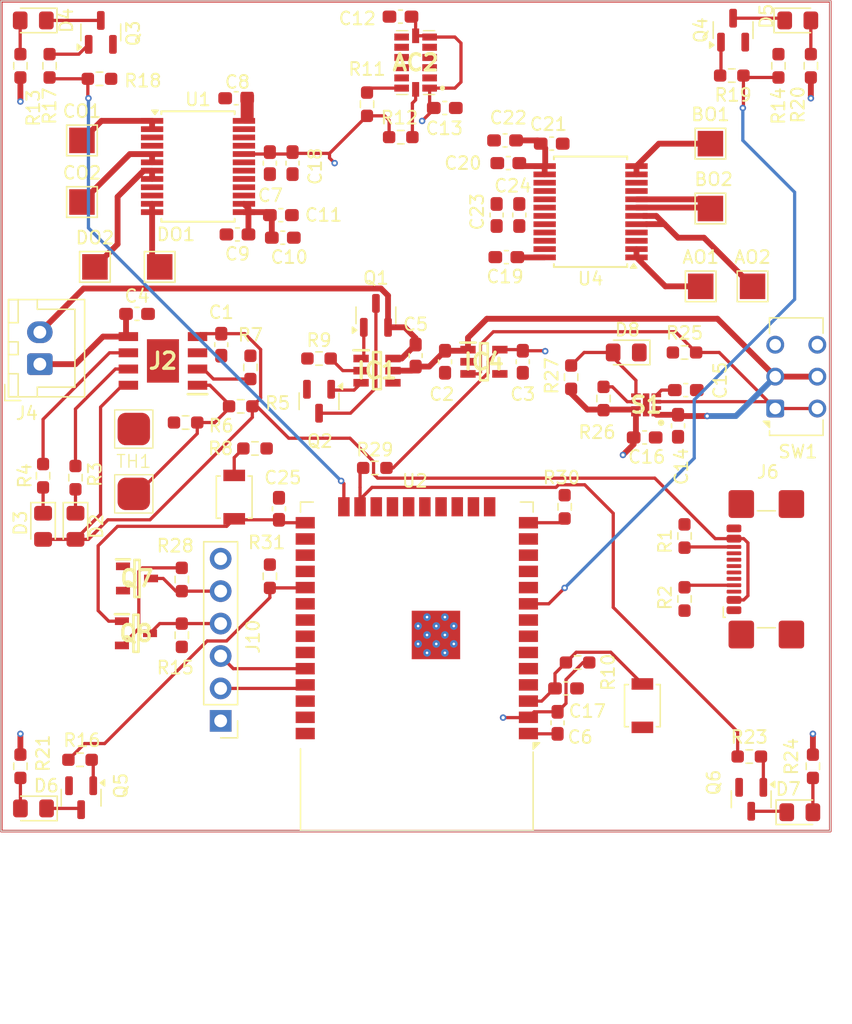
<source format=kicad_pcb>
(kicad_pcb (version 20240108) (generator "pcbnew") (generator_version "8.0")
  (layers (0 "F.Cu" signal) (1 "In1.Cu" signal) (2 "In2.Cu" signal) (31 "B.Cu" signal) (34 "B.Paste" user) (35 "F.Paste" user) (36 "B.SilkS" user "B.Silkscreen") (37 "F.SilkS" user "F.Silkscreen") (38 "B.Mask" user) (39 "F.Mask" user) (44 "Edge.Cuts" user))
  (net 0 "")
  (net 1 "GND")
  (net 2 "/ACC_IT2")
  (net 4 "/ACC_IT1")
  (net 5 "/ACC_SDA")
  (net 6 "/ACC_SCL")
  (net 9 "VCC")
  (net 10 "/PWR+")
  (net 11 "+3.3V")
  (net 12 "/LIPO+")
  (net 13 "/LIPO-")
  (net 14 "Net-(S1-SS)")
  (net 15 "/EN")
  (net 16 "Net-(D2-K)")
  (net 17 "Net-(D3-K)")
  (net 18 "Net-(D4-A)")
  (net 19 "Net-(D4-K)")
  (net 20 "Net-(D5-K)")
  (net 21 "Net-(D5-A)")
  (net 22 "Net-(D6-K)")
  (net 23 "Net-(D6-A)")
  (net 24 "Net-(D7-K)")
  (net 25 "Net-(D7-A)")
  (net 26 "Net-(D8-A)")
  (net 28 "Net-(IC1-OD)")
  (net 29 "Net-(IC1-OC)")
  (net 30 "Net-(IC1-CS)")
  (net 31 "Net-(J2-~{CHRG})")
  (net 32 "Net-(J2-TEMP1)")
  (net 33 "Net-(J2-~{STDBY})")
  (net 34 "Net-(J2-PROG2)")
  (net 35 "/TX")
  (net 36 "/RX")
  (net 37 "Net-(Q1-D)")
  (net 38 "Net-(Q3-G)")
  (net 39 "Net-(Q4-G)")
  (net 40 "Net-(Q5-G)")
  (net 41 "Net-(Q6-G)")
  (net 42 "/LED4")
  (net 43 "/LED2")
  (net 44 "/LED1")
  (net 45 "/LED3")
  (net 46 "/SW+")
  (net 47 "Net-(S1-DIS)")
  (net 50 "/BOOT")
  (net 55 "/IO17")
  (net 61 "/RTS")
  (net 62 "/DTR")
  (net 63 "Net-(R8-Pad2)")
  (net 64 "Net-(J6-CC1)")
  (net 65 "Net-(J6-CC2)")
  (net 67 "Net-(Q7-B)")
  (net 68 "Net-(Q8-B)")
  (net 69 "/DIN2")
  (net 70 "/PWMC")
  (net 71 "/CIN2")
  (net 72 "/CIN1")
  (net 73 "/DIN1")
  (net 74 "/PWMD")
  (net 75 "/AIN1")
  (net 76 "/AIN2")
  (net 77 "/PWMA")
  (net 78 "/PWMB")
  (net 79 "/BIN2")
  (net 80 "/BIN1")
  (net 81 "Net-(AO1-Pin_1)")
  (net 82 "Net-(AO2-Pin_1)")
  (net 83 "Net-(BO1-Pin_1)")
  (net 84 "Net-(BO2-Pin_1)")
  (net 85 "Net-(CO1-Pin_1)")
  (net 86 "Net-(CO2-Pin_1)")
  (net 87 "Net-(DO1-Pin_1)")
  (net 88 "Net-(DO2-Pin_1)")
  (footprint "Capacitor_SMD:C_0603_1608Metric_Pad1.08x0.95mm_HandSolder" (layer "F.Cu") (at 153.162 72.898)
    (property "Reference" "C13")
    (property "Value" "100n" (hide yes))
  )
  (footprint "SamacSys_Parts:SOT95P280X145-5N" (layer "F.Cu") (at 156.23 92.776)
    (property "Reference" "IC4")
    (property "Value" "MIC5504-3.3YM5-TR" (hide yes))
  )
  (footprint "Resistor_SMD:R_0603_1608Metric_Pad0.98x0.95mm_HandSolder" (layer "F.Cu") (at 163.068 93.983 -90)
    (property "Reference" "R27")
    (property "Value" "1k" (hide yes))
  )
  (footprint "Resistor_SMD:R_0603_1608Metric_Pad0.98x0.95mm_HandSolder" (layer "F.Cu") (at 126.0875 70.612 180)
    (property "Reference" "R18")
    (property "Value" "10k" (hide yes))
  )
  (footprint "LED_SMD:LED_0805_2012Metric_Pad1.15x1.40mm_HandSolder" (layer "F.Cu") (at 180.9985 128.063)
    (property "Reference" "D7")
    (property "Value" "RED" (hide yes))
  )
  (footprint "LED_SMD:LED_0805_2012Metric_Pad1.15x1.40mm_HandSolder" (layer "F.Cu") (at 167.386 92.0485 180)
    (property "Reference" "D8")
    (property "Value" "GREEN" (hide yes))
  )
  (footprint "Resistor_SMD:R_0603_1608Metric_Pad0.98x0.95mm_HandSolder" (layer "F.Cu") (at 124.5635 123.952 180)
    (property "Reference" "R16")
    (property "Value" "330" (hide yes))
  )
  (footprint "Resistor_SMD:R_0603_1608Metric_Pad0.98x0.95mm_HandSolder" (layer "F.Cu") (at 137.922 93.218 -90)
    (property "Reference" "R7")
    (property "Value" "1.2k" (hide yes))
  )
  (footprint "Capacitor_SMD:C_0603_1608Metric_Pad1.08x0.95mm_HandSolder" (layer "F.Cu") (at 168.8325 98.7055)
    (property "Reference" "C16")
    (property "Value" "1u" (hide yes))
  )
  (footprint "Capacitor_SMD:C_0603_1608Metric_Pad1.08x0.95mm_HandSolder" (layer "F.Cu") (at 136.906 82.804 180)
    (property "Reference" "C9")
    (property "Value" "100n" (hide yes))
  )
  (footprint "Connector_USB:USB_C_Receptacle_GCT_USB4110" (layer "F.Cu") (at 179.515 109.031207 90)
    (property "Reference" "J6")
    (property "Value" "USB_C_Receptacle_PowerOnly_24P" (hide yes))
  )
  (footprint "Resistor_SMD:R_0603_1608Metric_Pad0.98x0.95mm_HandSolder" (layer "F.Cu") (at 147.066 72.6015 90)
    (property "Reference" "R11")
    (property "Value" "4.7k" (hide yes))
  )
  (footprint "Resistor_SMD:R_0603_1608Metric_Pad0.98x0.95mm_HandSolder" (layer "F.Cu") (at 182.0235 124.46 90)
    (property "Reference" "R24")
    (property "Value" "320" (hide yes))
  )
  (footprint "Package_TO_SOT_SMD:SOT-23" (layer "F.Cu") (at 126.191 66.9775 90)
    (property "Reference" "Q3")
    (property "Value" "AO3400A" (hide yes))
  )
  (footprint "Capacitor_SMD:C_0603_1608Metric_Pad1.08x0.95mm_HandSolder" (layer "F.Cu") (at 157.988 84.582 180)
    (property "Reference" "C19")
    (property "Value" "100n" (hide yes))
  )
  (footprint "Package_TO_SOT_SMD:SOT-23" (layer "F.Cu") (at 175.768 66.802 90)
    (property "Reference" "Q4")
    (property "Value" "AO3400A" (hide yes))
  )
  (footprint "Capacitor_SMD:C_0603_1608Metric_Pad1.08x0.95mm_HandSolder" (layer "F.Cu") (at 129.032 89.027)
    (property "Reference" "C4")
    (property "Value" "10u" (hide yes))
  )
  (footprint "Capacitor_SMD:C_0603_1608Metric_Pad1.08x0.95mm_HandSolder" (layer "F.Cu") (at 171.45 97.79 90)
    (property "Reference" "C14")
    (property "Value" "10u" (hide yes))
  )
  (footprint "SamacSys_Parts:CC-14-1" (layer "F.Cu") (at 150.876 69.342 180)
    (property "Reference" "AC2")
    (property "Value" "ADXL345" (hide yes))
  )
  (footprint "Resistor_SMD:R_0603_1608Metric_Pad0.98x0.95mm_HandSolder" (layer "F.Cu") (at 162.56 104.14 -90)
    (property "Reference" "R30")
    (property "Value" "10k" (hide yes))
  )
  (footprint "Resistor_SMD:R_0603_1608Metric_Pad0.98x0.95mm_HandSolder" (layer "F.Cu") (at 177.038 123.698 180)
    (property "Reference" "R23")
    (property "Value" "330" (hide yes))
  )
  (footprint "Resistor_SMD:R_0603_1608Metric_Pad0.98x0.95mm_HandSolder" (layer "F.Cu") (at 163.576 116.332)
    (property "Reference" "R10")
    (property "Value" "10k" (hide yes))
  )
  (footprint "Capacitor_SMD:C_0603_1608Metric_Pad1.08x0.95mm_HandSolder" (layer "F.Cu") (at 162.005 121.0575 -90)
    (property "Reference" "C6")
    (property "Value" "100n" (hide yes))
  )
  (footprint "Resistor_SMD:R_0603_1608Metric_Pad0.98x0.95mm_HandSolder" (layer "F.Cu") (at 121.666 101.7035 90)
    (property "Reference" "R4")
    (property "Value" "1k" (hide yes))
  )
  (footprint "Capacitor_SMD:C_0603_1608Metric_Pad1.08x0.95mm_HandSolder" (layer "F.Cu") (at 136.8055 72.136 180)
    (property "Reference" "C8")
    (property "Value" "100n" (hide yes))
  )
  (footprint "Capacitor_SMD:C_0603_1608Metric_Pad1.08x0.95mm_HandSolder" (layer "F.Cu") (at 158.1415 77.216 180)
    (property "Reference" "C20")
    (property "Value" "100n" (hide yes))
  )
  (footprint "TestPoint:TestPoint_Pad_2.0x2.0mm" (layer "F.Cu") (at 173.228 86.868 180)
    (property "Reference" "AO1")
    (property "Value" "AO1" (hide yes))
  )
  (footprint "Capacitor_SMD:C_0603_1608Metric_Pad1.08x0.95mm_HandSolder" (layer "F.Cu") (at 161.544 75.692)
    (property "Reference" "C21")
    (property "Value" "100n" (hide yes))
  )
  (footprint "Package_TO_SOT_SMD:SOT-23" (layer "F.Cu") (at 143.303 95.8675 -90)
    (property "Reference" "Q2")
    (property "Value" "AO3400A" (hide yes))
  )
  (footprint "SamacSys_Parts:SOT95P240X115-3N" (layer "F.Cu") (at 128.948 114.046)
    (property "Reference" "Q8")
    (property "Value" "SS8050-HF" (hide yes))
  )
  (footprint "LED_SMD:LED_0805_2012Metric_Pad1.15x1.40mm_HandSolder" (layer "F.Cu") (at 120.913 127.762 180)
    (property "Reference" "D6")
    (property "Value" "RED" (hide yes))
  )
  (footprint "Resistor_SMD:R_0603_1608Metric_Pad0.98x0.95mm_HandSolder" (layer "F.Cu") (at 132.541 109.8315 -90)
    (property "Reference" "R28")
    (property "Value" "10k" (hide yes))
  )
  (footprint "Package_SO:SSOP-24_5.3x8.2mm_P0.65mm" (layer "F.Cu") (at 164.592 81.026 180)
    (property "Reference" "U4")
    (property "Value" "TB6612FNG" (hide yes))
  )
  (footprint "Capacitor_SMD:C_0603_1608Metric_Pad1.08x0.95mm_HandSolder" (layer "F.Cu") (at 157.8875 75.438 180)
    (property "Reference" "C22")
    (property "Value" "10u" (hide yes))
  )
  (footprint "Capacitor_SMD:C_0603_1608Metric_Pad1.08x0.95mm_HandSolder" (layer "F.Cu") (at 159.278 92.776 -90)
    (property "Reference" "C3")
    (property "Value" "1u" (hide yes))
  )
  (footprint "TestPoint:TestPoint_Pad_2.0x2.0mm" (layer "F.Cu") (at 173.99 80.772 -90)
    (property "Reference" "BO2")
    (property "Value" "BO2" (hide yes))
  )
  (footprint "LED_SMD:LED_0805_2012Metric_Pad1.15x1.40mm_HandSolder" (layer "F.Cu") (at 120.895 66.04 180)
    (property "Reference" "D4")
    (property "Value" "WHITE" (hide yes))
  )
  (footprint "SamacSys_Parts:SOT95P240X115-3N" (layer "F.Cu") (at 129.032 109.75)
    (property "Reference" "Q7")
    (property "Value" "SS8050-HF" (hide yes))
  )
  (footprint "Resistor_SMD:R_0603_1608Metric_Pad0.98x0.95mm_HandSolder" (layer "F.Cu") (at 149.7095 75.184 180)
    (property "Reference" "R12")
    (property "Value" "4.7k" (hide yes))
  )
  (footprint "Resistor_SMD:R_0603_1608Metric_Pad0.98x0.95mm_HandSolder" (layer "F.Cu") (at 175.6645 70.358)
    (property "Reference" "R19")
    (property "Value" "330" (hide yes))
  )
  (footprint "Resistor_SMD:R_0603_1608Metric_Pad0.98x0.95mm_HandSolder" (layer "F.Cu") (at 119.888 124.46 90)
    (property "Reference" "R21")
    (property "Value" "320" (hide yes))
  )
  (footprint "Resistor_SMD:R_0603_1608Metric_Pad0.98x0.95mm_HandSolder" (layer "F.Cu") (at 143.303 92.522)
    (property "Reference" "R9")
    (property "Value" "1k" (hide yes))
  )
  (footprint "Package_SO:SSOP-24_5.3x8.2mm_P0.65mm" (layer "F.Cu") (at 133.814 77.481)
    (property "Reference" "U1")
    (property "Value" "TB6612FNG" (hide yes))
  )
  (footprint "SamacSys_Parts:SOIC127P600X175-9N" (layer "F.Cu") (at 131.064 92.71 180)
    (property "Reference" "J2")
    (property "Value" "TP4056" (hide yes))
  )
  (footprint "Resistor_SMD:R_0603_1608Metric_Pad0.98x0.95mm_HandSolder" (layer "F.Cu") (at 171.958 106.426 90)
    (property "Reference" "R1")
    (property "Value" "5.1k" (hide yes))
  )
  (footprint "TestPoint:TestPoint_Pad_2.0x2.0mm" (layer "F.Cu") (at 124.714 80.264 90)
    (property "Reference" "CO2")
    (property "Value" "CO2" (hide yes))
  )
  (footprint "SamacSys_Parts:SOT95P280X145-6N" (layer "F.Cu") (at 147.848 93.472)
    (property "Reference" "IC1")
    (property "Value" "DW01+G" (hide yes))
  )
  (footprint "Connector_PinHeader_2.54mm:PinHeader_1x06_P2.54mm_Vertical" (layer "F.Cu") (at 135.589 120.904 180)
    (property "Reference" "J10")
    (property "Value" "Conn_01x06_Pin" (hide yes))
  )
  (footprint "Capacitor_SMD:C_0603_1608Metric_Pad1.08x0.95mm_HandSolder" (layer "F.Cu") (at 153.182 92.776 -90)
    (property "Reference" "C2")
    (property "Value" "1u" (hide yes))
  )
  (footprint "Capacitor_SMD:C_0603_1608Metric_Pad1.08x0.95mm_HandSolder" (layer "F.Cu") (at 135.636 91.44 90)
    (property "Reference" "C1")
    (property "Value" "1u" (hide yes))
  )
  (footprint "Connector_JST:JST_XH_B2B-XH-A_1x02_P2.50mm_Vertical" (layer "F.Cu") (at 121.412 92.964 90)
    (property "Reference" "J4")
    (property "Value" "Conn_01x02_Socket" (hide yes))
  )
  (footprint "Capacitor_SMD:C_0603_1608Metric_Pad1.08x0.95mm_HandSolder" (layer "F.Cu") (at 140.161 104.2935 -90)
    (property "Reference" "C25")
    (property "Value" "100n" (hide yes))
  )
  (footprint "Button_Switch_SMD:SW_SPST_B3U-1000P" (layer "F.Cu") (at 168.656 119.712 90)
    (property "Reference" "SW2" (hide yes))
    (property "Value" "RST")
  )
  (footprint "Capacitor_SMD:C_0603_1608Metric_Pad1.08x0.95mm_HandSolder" (layer "F.Cu") (at 149.6875 65.7435 180)
    (property "Reference" "C12")
    (property "Value" "100n" (hide yes))
  )
  (footprint "LED_SMD:LED_0805_2012Metric_Pad1.15x1.40mm_HandSolder" (layer "F.Cu") (at 180.839 66.04)
    (property "Reference" "D5")
    (property "Value" "WHITE" (hide yes))
  )
  (footprint "Resistor_SMD:R_0603_1608Metric_Pad0.98x0.95mm_HandSolder" (layer "F.Cu") (at 171.958 92.0485)
    (property "Reference" "R25")
    (property "Value" "4.7k" (hide yes))
  )
  (footprint "Capacitor_SMD:C_0603_1608Metric_Pad1.08x0.95mm_HandSolder" (layer "F.Cu") (at 140.462 83.058)
    (property "Reference" "C10")
    (property "Value" "100n" (hide yes))
  )
  (footprint "Button_Switch_SMD:SW_SPST_B3U-1000P" (layer "F.Cu") (at 136.652 103.378 -90)
    (property "Reference" "SW3" (hide yes))
    (property "Value" "BOOT")
  )
  (footprint "TestPoint:TestPoint_Pad_2.0x2.0mm" (layer "F.Cu") (at 124.714 75.438 90)
    (property "Reference" "CO1")
    (property "Value" "CO1" (hide yes))
  )
  (footprint "Resistor_SMD:R_0603_1608Metric_Pad0.98x0.95mm_HandSolder" (layer "F.Cu") (at 139.446 109.5775 90)
    (property "Reference" "R31")
    (property "Value" "10k" (hide yes))
  )
  (footprint "Resistor_SMD:R_0603_1608Metric_Pad0.98x0.95mm_HandSolder" (layer "F.Cu") (at 147.6775 101.092)
    (property "Reference" "R29")
    (property "Value" "10k" (hide yes))
  )
  (footprint "Resistor_SMD:R_0603_1608Metric_Pad0.98x0.95mm_HandSolder" (layer "F.Cu") (at 165.608 95.6545 -90)
    (property "Reference" "R26")
    (property "Value" "100" (hide yes))
  )
  (footprint "Capacitor_SMD:C_0603_1608Metric_Pad1.08x0.95mm_HandSolder" (layer "F.Cu") (at 150.876 92.2895 -90)
    (property "Reference" "C5")
    (property "Value" "0.1u" (hide yes))
  )
  (footprint "TestPoint:TestPoint_Pad_2.0x2.0mm" (layer "F.Cu") (at 177.292 86.868 180)
    (property "Reference" "AO2")
    (property "Value" "AO2" (hide yes))
  )
  (footprint "TestPoint:TestPoint_Pad_2.0x2.0mm" (layer "F.Cu") (at 130.81 85.344 180)
    (property "Reference" "DO1")
    (property "Value" "DO1" (hide yes))
  )
  (footprint "Package_TO_SOT_SMD:SOT-23" (layer "F.Cu") (at 147.762 89.1415 90)
    (property "Reference" "Q1")
    (property "Value" "AO3400A" (hide yes))
  )
  (footprint "Capacitor_SMD:C_0603_1608Metric_Pad1.08x0.95mm_HandSolder" (layer "F.Cu") (at 172.0585 94.996 180)
    (property "Reference" "C15")
    (property "Value" "10n" (hide yes))
  )
  (footprint "TestPoint:TestPoint_Pad_2.0x2.0mm" (layer "F.Cu") (at 125.73 85.344 180)
    (property "Reference" "DO2")
    (property "Value" "DO2" (hide yes))
  )
  (footprint "LED_SMD:LED_0805_2012Metric_Pad1.15x1.40mm_HandSolder" (layer "F.Cu") (at 121.666 105.664 -90)
    (property "Reference" "D3")
    (property "Value" "LED" (hide yes))
  )
  (footprint "Resistor_SMD:R_0603_1608Metric_Pad0.98x0.95mm_HandSolder" (layer "F.Cu") (at 132.842 97.536 180)
    (property "Reference" "R6")
    (property "Value" "180k" (hide yes))
  )
  (footprint "Resistor_SMD:R_0603_1608Metric_Pad0.98x0.95mm_HandSolder" (layer "F.Cu") (at 124.206 101.854 90)
    (property "Reference" "R3")
    (property "Value" "1k" (hide yes))
  )
  (footprint "LED_SMD:LED_0805_2012Metric_Pad1.15x1.40mm_HandSolder" (layer "F.Cu") (at 124.206 105.664 -90)
    (property "Reference" "D2")
    (property "Value" "LED" (hide yes))
  )
  (footprint "Resistor_SMD:R_0603_1608Metric_Pad0.98x0.95mm_HandSolder" (layer "F.Cu") (at 119.888 69.596 -90)
    (property "Reference" "R13")
    (property "Value" "120" (hide yes))
  )
  (footprint "Resistor_SMD:R_0603_1608Metric_Pad0.98x0.95mm_HandSolder" (layer "F.Cu") (at 179.324 69.596 -90)
    (property "Reference" "R14")
    (property "Value" "10k" (hide yes))
  )
  (footprint "Button_Switch_THT:SW_CK_JS202011AQN_DPDT_Angled" (layer "F.Cu") (at 179.072 96.44 90)
    (property "Reference" "SW1")
    (property "Value" "SW_Slide_DPDT" (hide yes))
  )
  (footprint "Resistor_SMD:R_0603_1608Metric_Pad0.98x0.95mm_HandSolder" (layer "F.Cu") (at 137.16 96.266 180)
    (property "Reference" "R5")
    (property "Value" "43k" (hide yes))
  )
  (footprint "Capacitor_SMD:C_0603_1608Metric_Pad1.08x0.95mm_HandSolder" (layer "F.Cu") (at 157.226 81.28 90)
    (property "Reference" "C23")
    (property "Value" "10u" (hide yes))
  )
  (footprint "RF_Module:ESP32-WROOM-32D" (layer "F.Cu") (at 150.969 113.646 180)
    (property "Reference" "U2")
    (property "Value" "ESP32-WROOM-32E" (hide yes))
  )
  (footprint "Package_TO_SOT_SMD:SOT-23" (layer "F.Cu") (at 124.648 126.9215 -90)
    (property "Reference" "Q5")
    (property "Value" "AO3400A" (hide yes))
  )
  (footprint "SamacSys_Parts:SON50P161X211X60-9N" (layer "F.Cu") (at 168.948 96.1535 180)
    (property "Reference" "S1")
    (property "Value" "AP22800HB-7" (hide yes))
  )
  (footprint "Capacitor_SMD:C_0603_1608Metric_Pad1.08x0.95mm_HandSolder" (layer "F.Cu") (at 162.6665 118.364)
    (property "Reference" "C17")
    (property "Value" "100n" (hide yes))
  )
  (footprint "Capacitor_SMD:C_0603_1608Metric_Pad1.08x0.95mm_HandSolder" (layer "F.Cu") (at 140.3085 81.291)
    (property "Reference" "C11")
    (property "Value" "10u" (hide yes))
  )
  (footprint "Resistor_SMD:R_0603_1608Metric_Pad0.98x0.95mm_HandSolder" (layer "F.Cu") (at 138.2795 99.568 180)
    (property "Reference" "R8")
    (property "Value" "10k" (hide yes))
  )
  (footprint "Resistor_SMD:R_0603_1608Metric_Pad0.98x0.95mm_HandSolder" (layer "F.Cu") (at 132.541 114.1965 90)
    (property "Reference" "R15")
    (property "Value" "10k" (hide yes))
  )
  (footprint "Resistor_SMD:R_0603_1608Metric_Pad0.98x0.95mm_HandSolder" (layer "F.Cu") (at 171.958 111.3555 -90)
    (property "Reference" "R2")
    (property "Value" "5.1k" (hide yes))
  )
  (footprint "Resistor_SMD:R_0603_1608Metric_Pad0.98x0.95mm_HandSolder" (layer "F.Cu") (at 122.174 69.596 -90)
    (property "Reference" "R17")
    (property "Value" "330" (hide yes))
  )
  (footprint "Resistor_SMD:R_0603_1608Metric_Pad0.98x0.95mm_HandSolder" (layer "F.Cu") (at 181.864 69.596 -90)
    (property "Reference" "R20")
    (property "Value" "120" (hide yes))
  )
  (footprint "Capacitor_SMD:C_0603_1608Metric_Pad1.08x0.95mm_HandSolder" (layer "F.Cu") (at 139.446 77.216 -90)
    (property "Reference" "C7")
    (property "Value" "100n" (hide yes))
  )
  (footprint "Resistor_SMD:Termistor_SMD" (layer "F.Cu") (at 128.778 100.584 -90)
    (property "Reference" "TH1")
    (property "Value" "100k" (hide yes))
  )
  (footprint "Capacitor_SMD:C_0603_1608Metric_Pad1.08x0.95mm_HandSolder" (layer "F.Cu") (at 141.224 77.216 -90)
    (property "Reference" "C18")
    (property "Value" "10u" (hide yes))
  )
  (footprint "TestPoint:TestPoint_Pad_2.0x2.0mm" (layer "F.Cu") (at 173.99 75.692 -90)
    (property "Reference" "BO1")
    (property "Value" "BO1" (hide yes))
  )
  (footprint "Package_TO_SOT_SMD:SOT-23" (layer "F.Cu") (at 177.1885 127.047 -90)
    (property "Reference" "Q6")
    (property "Value" "AO3400A" (hide yes))
  )
  (footprint "Capacitor_SMD:C_0603_1608Metric_Pad1.08x0.95mm_HandSolder" (layer "F.Cu") (at 159.004 81.28 90)
    (property "Reference" "C24")
    (property "Value" "100n" (hide yes))
  )
  (gr_rect (start 118.388 64.54) (end 183.388 129.54) (stroke (width 0.2)) (fill none) (layer "F.Cu"))
  (gr_rect (start 118.364 64.516) (end 183.388 129.54) (stroke (width 0.1)) (fill none) (layer "Edge.Cuts"))
  (segment (start 159.757 121.92) (end 159.733 121.896) (width 0.25) (layer "F.Cu") (net 1))
  (segment (start 162.005 121.92) (end 159.757 121.92) (width 0.25) (layer "F.Cu") (net 1))
  (segment (start 149.7785 71.342) (end 147.413 71.342) (width 0.254) (layer "F.Cu") (net 5))
  (segment (start 147.413 71.342) (end 147.066 71.689) (width 0.254) (layer "F.Cu") (net 5))
  (segment (start 150.622 72.52) (end 150.622 75.184) (width 0.254) (layer "F.Cu") (net 6))
  (segment (start 150.876 72.266) (end 150.622 72.52) (width 0.254) (layer "F.Cu") (net 6))
  (segment (start 150.876 71.4395) (end 150.876 72.266) (width 0.254) (layer "F.Cu") (net 6))
  (segment (start 169.630904 101.894) (end 174.368111 106.631207) (width 0.254) (layer "F.Cu") (net 9))
  (segment (start 138.724 91.815096) (end 137.486404 90.5775) (width 0.254) (layer "F.Cu") (net 9))
  (segment (start 135.636 90.5775) (end 134.0035 90.5775) (width 0.254) (layer "F.Cu") (net 9))
  (segment (start 176.028248 111.431207) (end 176.60047 111.431207) (width 0.254) (layer "F.Cu") (net 9))
  (segment (start 138.0725 96.266) (end 138.43 96.266) (width 0.254) (layer "F.Cu") (net 9))
  (segment (start 126.746 105.156) (end 130.048 105.156) (width 0.254) (layer "F.Cu") (net 9))
  (segment (start 134.0035 90.5775) (end 133.776 90.805) (width 0.254) (layer "F.Cu") (net 9))
  (segment (start 137.486404 90.5775) (end 135.636 90.5775) (width 0.254) (layer "F.Cu") (net 9))
  (segment (start 147.5795 100.614096) (end 147.5795 101.569904) (width 0.254) (layer "F.Cu") (net 9))
  (segment (start 124.206 106.689) (end 121.666 106.689) (width 0.254) (layer "F.Cu") (net 9))
  (segment (start 138.43 96.266) (end 140.93 98.766) (width 0.254) (layer "F.Cu") (net 9))
  (segment (start 126.174 104.721) (end 126.174 96.33) (width 0.254) (layer "F.Cu") (net 9))
  (segment (start 176.600471 106.631207) (end 176.028248 106.631207) (width 0.254) (layer "F.Cu") (net 9))
  (segment (start 176.930248 106.960984) (end 176.600471 106.631207) (width 0.254) (layer "F.Cu") (net 9))
  (segment (start 126.174 96.33) (end 127.889 94.615) (width 0.254) (layer "F.Cu") (net 9))
  (segment (start 145.731404 98.766) (end 147.5795 100.614096) (width 0.254) (layer "F.Cu") (net 9))
  (segment (start 125.213 106.689) (end 126.746 105.156) (width 0.254) (layer "F.Cu") (net 9))
  (segment (start 138.724 95.6145) (end 138.724 91.815096) (width 0.254) (layer "F.Cu") (net 9))
  (segment (start 138.0725 96.266) (end 138.724 95.6145) (width 0.254) (layer "F.Cu") (net 9))
  (segment (start 140.93 98.766) (end 145.731404 98.766) (width 0.254) (layer "F.Cu") (net 9))
  (segment (start 124.206 106.689) (end 126.174 104.721) (width 0.254) (layer "F.Cu") (net 9))
  (segment (start 147.903596 101.894) (end 169.630904 101.894) (width 0.254) (layer "F.Cu") (net 9))
  (segment (start 147.5795 101.569904) (end 147.903596 101.894) (width 0.254) (layer "F.Cu") (net 9))
  (segment (start 130.048 105.156) (end 138.0725 97.1315) (width 0.254) (layer "F.Cu") (net 9))
  (segment (start 176.60047 111.431207) (end 176.930248 111.101429) (width 0.254) (layer "F.Cu") (net 9))
  (segment (start 124.206 106.689) (end 125.213 106.689) (width 0.254) (layer "F.Cu") (net 9))
  (segment (start 174.368111 106.631207) (end 176.028248 106.631207) (width 0.254) (layer "F.Cu") (net 9))
  (segment (start 176.930248 111.101429) (end 176.930248 106.960984) (width 0.254) (layer "F.Cu") (net 9))
  (segment (start 127.889 94.615) (end 128.352 94.615) (width 0.254) (layer "F.Cu") (net 9))
  (segment (start 138.0725 97.1315) (end 138.0725 96.266) (width 0.254) (layer "F.Cu") (net 9))
  (segment (start 139.5995 81.4445) (end 139.446 81.291) (width 0.4572) (layer "F.Cu") (net 10))
  (segment (start 161.036 77.407) (end 160.992 77.451) (width 0.4572) (layer "F.Cu") (net 10))
  (segment (start 163.068 95.25) (end 163.068 94.8955) (width 0.4572) (layer "F.Cu") (net 10))
  (segment (start 137.414 81.056) (end 139.211 81.056) (width 0.4572) (layer "F.Cu") (net 10))
  (segment (start 164.338 96.52) (end 163.068 95.25) (width 0.4572) (layer "F.Cu") (net 10))
  (segment (start 137.7685 80.7641) (end 137.414 80.4096) (width 0.4572) (layer "F.Cu") (net 10))
  (segment (start 137.7685 82.804) (end 137.7685 80.7641) (width 0.4572) (layer "F.Cu") (net 10))
  (segment (start 160.6815 75.692) (end 161.036 76.0465) (width 0.4572) (layer "F.Cu") (net 10))
  (segment (start 159.239 77.451) (end 160.992 77.451) (width 0.4572) (layer "F.Cu") (net 10))
  (segment (start 158.8731 84.6046) (end 160.992 84.6046) (width 0.4572) (layer "F.Cu") (net 10))
  (segment (start 167.97 99.238) (end 167.132 100.076) (width 0.4572) (layer "F.Cu") (net 10))
  (segment (start 168.148 98.5275) (end 167.97 98.7055) (width 0.4572) (layer "F.Cu") (net 10))
  (segment (start 160.992 77.451) (end 160.992 78.0974) (width 0.4572) (layer "F.Cu") (net 10))
  (segment (start 119.888 72.39) (end 119.888 70.5085) (width 0.4572) (layer "F.Cu") (net 10))
  (segment (start 159.004 77.216) (end 159.239 77.451) (width 0.4572) (layer "F.Cu") (net 10))
  (segment (start 161.036 76.0465) (end 161.036 77.407) (width 0.4572) (layer "F.Cu") (net 10))
  (segment (start 167.97 98.7055) (end 167.97 99.238) (width 0.4572) (layer "F.Cu") (net 10))
  (segment (start 168.148 98.5275) (end 168.148 96.5579) (width 0.4572) (layer "F.Cu") (net 10))
  (segment (start 160.4275 75.438) (end 160.6815 75.692) (width 0.4572) (layer "F.Cu") (net 10))
  (segment (start 181.864 72.136) (end 181.864 70.5085) (width 0.4572) (layer "F.Cu") (net 10))
  (segment (start 158.8505 84.582) (end 158.8731 84.6046) (width 0.4572) (layer "F.Cu") (net 10))
  (segment (start 182.0235 121.92) (end 182.0235 123.5475) (width 0.4572) (layer "F.Cu") (net 10))
  (segment (start 168.148 96.5579) (end 168.1101 96.52) (width 0.4572) (layer "F.Cu") (net 10))
  (segment (start 139.5995 83.058) (end 139.5995 81.4445) (width 0.4572) (layer "F.Cu") (net 10))
  (segment (start 119.888 121.92) (end 119.888 123.5475) (width 0.4572) (layer "F.Cu") (net 10))
  (segment (start 139.211 81.056) (end 139.446 81.291) (width 0.4572) (layer "F.Cu") (net 10))
  (segment (start 168.1101 96.52) (end 164.338 96.52) (width 0.4572) (layer "F.Cu") (net 10))
  (segment (start 137.4176 73.9024) (end 137.922 73.9024) (width 0.4572) (layer "F.Cu") (net 10))
  (segment (start 158.75 75.438) (end 160.4275 75.438) (width 0.4572) (layer "F.Cu") (net 10))
  (via (at 182.0235 121.92) (size 0.508) (drill 0.254) (layers "F.Cu" "B.Cu") (net 10))
  (via (at 119.888 121.92) (size 0.508) (drill 0.254) (layers "F.Cu" "B.Cu") (net 10))
  (via (at 167.132 100.076) (size 0.508) (drill 0.254) (layers "F.Cu" "B.Cu") (net 10))
  (via (at 181.864 72.136) (size 0.508) (drill 0.254) (layers "F.Cu" "B.Cu") (net 10))
  (via (at 119.888 72.39) (size 0.508) (drill 0.254) (layers "F.Cu" "B.Cu") (net 10))
  (segment (start 144.126 76.454) (end 147.066 73.514) (width 0.254) (layer "F.Cu") (net 11))
  (segment (start 144.126 76.816) (end 144.526 77.216) (width 0.254) (layer "F.Cu") (net 11))
  (segment (start 148.444 73.514) (end 148.797 73.867) (width 0.254) (layer "F.Cu") (net 11))
  (segment (start 159.695 120.65) (end 159.719 120.626) (width 0.254) (layer "F.Cu") (net 11))
  (segment (start 149.110052 101.092) (end 148.59 101.092) (width 0.254) (layer "F.Cu") (net 11))
  (segment (start 141.3245 76.454) (end 144.126 76.454) (width 0.254) (layer "F.Cu") (net 11))
  (segment (start 152.2995 72.898) (end 152.2995 72.9985) (width 0.254) (layer "F.Cu") (net 11))
  (segment (start 148.797 73.867) (end 148.797 75.184) (width 0.254) (layer "F.Cu") (net 11))
  (segment (start 161.0015 91.9135) (end 159.278 91.9135) (width 0.254) (layer "F.Cu") (net 11))
  (segment (start 153.956 71.342) (end 154.432 70.866) (width 0.254) (layer "F.Cu") (net 11))
  (segment (start 162.6665 119.5335) (end 162.6665 117.6665) (width 0.25) (layer "F.Cu") (net 11))
  (segment (start 162.005 120.195) (end 160.164 120.195) (width 0.25) (layer "F.Cu") (net 11))
  (segment (start 156.553 93.649052) (end 149.110052 101.092) (width 0.254) (layer "F.Cu") (net 11))
  (segment (start 159.1905 91.826) (end 159.278 91.9135) (width 0.254) (layer "F.Cu") (net 11))
  (segment (start 157.48 91.826) (end 156.553 92.753) (width 0.254) (layer "F.Cu") (net 11))
  (segment (start 159.282 120.626) (end 159.719 120.626) (width 0.254) (layer "F.Cu") (net 11))
  (segment (start 161.036 91.948) (end 161.0015 91.9135) (width 0.254) (layer "F.Cu") (net 11))
  (segment (start 151.9735 72.572) (end 152.2995 72.898) (width 0.254) (layer "F.Cu") (net 11))
  (segment (start 137.414 76.506) (end 141.0715 76.506) (width 0.254) (layer "F.Cu") (net 11))
  (segment (start 157.734 120.65) (end 159.695 120.65) (width 0.254) (layer "F.Cu") (net 11))
  (segment (start 162.6665 117.6665) (end 164.001 116.332) (width 0.25) (layer "F.Cu") (net 11))
  (segment (start 153.956 67.342) (end 151.9735 67.342) (width 0.254) (layer "F.Cu") (net 11))
  (segment (start 151.9735 71.342) (end 151.9735 72.572) (width 0.254) (layer "F.Cu") (net 11))
  (segment (start 152.2995 72.9985) (end 151.384 73.914) (width 0.254) (layer "F.Cu") (net 11))
  (segment (start 150.876 66.0695) (end 150.876 67.2445) (width 0.254) (layer "F.Cu") (net 11))
  (segment (start 150.55 65.7435) (end 150.876 66.0695) (width 0.254) (layer "F.Cu") (net 11))
  (segment (start 160.164 120.195) (end 159.733 120.626) (width 0.25) (layer "F.Cu") (net 11))
  (segment (start 150.876 67.2445) (end 151.876 67.2445) (width 0.254) (layer "F.Cu") (net 11))
  (segment (start 157.48 91.826) (end 159.1905 91.826) (width 0.254) (layer "F.Cu") (net 11))
  (segment (start 144.126 76.454) (end 144.126 76.816) (width 0.254) (layer "F.Cu") (net 11))
  (segment (start 154.432 70.866) (end 154.432 67.818) (width 0.254) (layer "F.Cu") (net 11))
  (segment (start 162.005 120.195) (end 162.6665 119.5335) (width 0.25) (layer "F.Cu") (net 11))
  (segment (start 147.066 73.514) (end 148.444 73.514) (width 0.254) (layer "F.Cu") (net 11))
  (segment (start 141.0715 76.506) (end 141.224 76.3535) (width 0.254) (layer "F.Cu") (net 11))
  (segment (start 154.432 67.818) (end 153.956 67.342) (width 0.254) (layer "F.Cu") (net 11))
  (segment (start 164.001 116.332) (end 164.4885 116.332) (width 0.25) (layer "F.Cu") (net 11))
  (segment (start 151.876 67.2445) (end 151.9735 67.342) (width 0.254) (layer "F.Cu") (net 11))
  (segment (start 151.9735 71.342) (end 153.956 71.342) (width 0.254) (layer "F.Cu") (net 11))
  (segment (start 141.224 76.3535) (end 141.3245 76.454) (width 0.254) (layer "F.Cu") (net 11))
  (segment (start 156.553 92.753) (end 156.553 93.649052) (width 0.254) (layer "F.Cu") (net 11))
  (via (at 151.384 73.914) (size 0.508) (drill 0.254) (layers "F.Cu" "B.Cu") (net 11))
  (via (at 144.526 77.216) (size 0.508) (drill 0.254) (layers "F.Cu" "B.Cu") (net 11))
  (via (at 161.036 91.948) (size 0.508) (drill 0.254) (layers "F.Cu" "B.Cu") (net 11))
  (via (at 157.734 120.65) (size 0.508) (drill 0.254) (layers "F.Cu" "B.Cu") (net 11))
  (segment (start 150.876 93.152) (end 151.9435 93.152) (width 0.4572) (layer "F.Cu") (net 12))
  (segment (start 179.072 93.94) (end 182.372 93.94) (width 0.4572) (layer "F.Cu") (net 12))
  (segment (start 128.352 90.805) (end 126.365 90.805) (width 0.4572) (layer "F.Cu") (net 12))
  (segment (start 171.5505 97.028) (end 171.45 96.9275) (width 0.4572) (layer "F.Cu") (net 12))
  (segment (start 153.182 91.9135) (end 154.8925 91.9135) (width 0.4572) (layer "F.Cu") (net 12))
  (segment (start 151.9435 93.152) (end 153.182 91.9135) (width 0.4572) (layer "F.Cu") (net 12))
  (segment (start 128.1695 90.6225) (end 128.352 90.805) (width 0.4572) (layer "F.Cu") (net 12))
  (segment (start 124.206 92.964) (end 121.412 92.964) (width 0.4572) (layer "F.Cu") (net 12))
  (segment (start 149.098 93.472) (end 150.556 93.472) (width 0.4572) (layer "F.Cu") (net 12))
  (segment (start 154.98 90.892) (end 154.98 91.826) (width 0.4572) (layer "F.Cu") (net 12))
  (segment (start 169.748 96.9035) (end 169.748 96.4821) (width 0.4572) (layer "F.Cu") (net 12))
  (segment (start 150.556 93.472) (end 150.876 93.152) (width 0.4572) (layer "F.Cu") (net 12))
  (segment (start 171.45 96.9275) (end 169.772 96.9275) (width 0.4572) (layer "F.Cu") (net 12))
  (segment (start 126.365 90.805) (end 124.206 92.964) (width 0.4572) (layer "F.Cu") (net 12))
  (segment (start 156.464 89.408) (end 154.98 90.892) (width 0.4572) (layer "F.Cu") (net 12))
  (segment (start 173.736 97.028) (end 171.5505 97.028) (width 0.4572) (layer "F.Cu") (net 12))
  (segment (start 174.54 89.408) (end 179.072 93.94) (width 0.4572) (layer "F.Cu") (net 12))
  (segment (start 169.772 96.9275) (end 169.748 96.9035) (width 0.4572) (layer "F.Cu") (net 12))
  (segment (start 156.464 89.408) (end 174.54 89.408) (width 0.4572) (layer "F.Cu") (net 12))
  (segment (start 128.1695 89.027) (end 128.1695 90.6225) (width 0.4572) (layer "F.Cu") (net 12))
  (segment (start 154.8925 91.9135) (end 154.98 91.826) (width 0.4572) (layer "F.Cu") (net 12))
  (via (at 173.736 97.028) (size 0.508) (drill 0.254) (layers "F.Cu" "B.Cu") (net 12))
  (segment (start 173.736 97.028) (end 175.984 97.028) (width 0.4572) (layer "B.Cu") (net 12))
  (segment (start 175.984 97.028) (end 179.072 93.94) (width 0.4572) (layer "B.Cu") (net 12))
  (segment (start 150.023 90.079) (end 150.876 90.932) (width 0.4572) (layer "F.Cu") (net 13))
  (segment (start 149.781 92.522) (end 150.876 91.427) (width 0.4572) (layer "F.Cu") (net 13))
  (segment (start 121.412 90.464) (end 124.8381 87.0379) (width 0.4572) (layer "F.Cu") (net 13))
  (segment (start 148.712 87.59408) (end 148.712 90.079) (width 0.4572) (layer "F.Cu") (net 13))
  (segment (start 124.8381 87.0379) (end 148.15582 87.0379) (width 0.4572) (layer "F.Cu") (net 13))
  (segment (start 148.712 90.079) (end 150.023 90.079) (width 0.4572) (layer "F.Cu") (net 13))
  (segment (start 149.098 92.522) (end 149.781 92.522) (width 0.4572) (layer "F.Cu") (net 13))
  (segment (start 150.876 90.932) (end 150.876 91.427) (width 0.4572) (layer "F.Cu") (net 13))
  (segment (start 148.15582 87.0379) (end 148.712 87.59408) (width 0.4572) (layer "F.Cu") (net 13))
  (segment (start 170.1555 94.996) (end 169.748 95.4035) (width 0.254) (layer "F.Cu") (net 14))
  (segment (start 171.196 94.996) (end 170.1555 94.996) (width 0.254) (layer "F.Cu") (net 14))
  (segment (start 161.804 118.364) (end 161.751 118.364) (width 0.25) (layer "F.Cu") (net 15))
  (segment (start 168.656 118.012) (end 166.174 115.53) (width 0.254) (layer "F.Cu") (net 15))
  (segment (start 160.759 119.356) (end 159.733 119.356) (width 0.25) (layer "F.Cu") (net 15))
  (segment (start 161.804 117.1915) (end 162.6635 116.332) (width 0.25) (layer "F.Cu") (net 15))
  (segment (start 161.804 118.364) (end 161.804 117.1915) (width 0.25) (layer "F.Cu") (net 15))
  (segment (start 161.751 118.364) (end 160.759 119.356) (width 0.25) (layer "F.Cu") (net 15))
  (segment (start 163.4655 115.53) (end 162.6635 116.332) (width 0.254) (layer "F.Cu") (net 15))
  (segment (start 166.174 115.53) (end 163.4655 115.53) (width 0.254) (layer "F.Cu") (net 15))
  (segment (start 124.206 102.7665) (end 124.206 104.639) (width 0.254) (layer "F.Cu") (net 16))
  (segment (start 121.666 102.616) (end 121.666 104.639) (width 0.254) (layer "F.Cu") (net 17))
  (segment (start 119.87 66.04) (end 119.87 68.6655) (width 0.254) (layer "F.Cu") (net 18))
  (segment (start 119.87 68.6655) (end 119.888 68.6835) (width 0.254) (layer "F.Cu") (net 18))
  (segment (start 126.191 66.04) (end 121.92 66.04) (width 0.254) (layer "F.Cu") (net 19))
  (segment (start 175.768 65.8645) (end 179.6385 65.8645) (width 0.254) (layer "F.Cu") (net 20))
  (segment (start 179.6385 65.8645) (end 179.814 66.04) (width 0.254) (layer "F.Cu") (net 20))
  (segment (start 181.864 66.04) (end 181.864 68.6835) (width 0.254) (layer "F.Cu") (net 21))
  (segment (start 124.551 127.762) (end 124.648 127.859) (width 0.254) (layer "F.Cu") (net 22))
  (segment (start 121.938 127.762) (end 124.551 127.762) (width 0.254) (layer "F.Cu") (net 22))
  (segment (start 119.888 125.3725) (end 119.888 127.762) (width 0.254) (layer "F.Cu") (net 23))
  (segment (start 177.1885 127.9845) (end 179.895 127.9845) (width 0.254) (layer "F.Cu") (net 24))
  (segment (start 179.895 127.9845) (end 179.9735 128.063) (width 0.254) (layer "F.Cu") (net 24))
  (segment (start 182.0235 128.063) (end 182.0235 125.3725) (width 0.254) (layer "F.Cu") (net 25))
  (segment (start 164.09 92.0485) (end 163.068 93.0705) (width 0.254) (layer "F.Cu") (net 26))
  (segment (start 168.148 94.234) (end 168.148 95.4035) (width 0.254) (layer "F.Cu") (net 26))
  (segment (start 166.361 92.0485) (end 164.09 92.0485) (width 0.254) (layer "F.Cu") (net 26))
  (segment (start 166.361 92.0485) (end 166.361 92.447) (width 0.254) (layer "F.Cu") (net 26))
  (segment (start 166.361 92.447) (end 168.148 94.234) (width 0.254) (layer "F.Cu") (net 26))
  (segment (start 146.812 92.308) (end 146.598 92.522) (width 0.254) (layer "F.Cu") (net 28))
  (segment (start 146.812 90.079) (end 146.812 92.308) (width 0.254) (layer "F.Cu") (net 28))
  (segment (start 144.319 94.996) (end 146.05 94.996) (width 0.254) (layer "F.Cu") (net 29))
  (segment (start 146.05 94.996) (end 146.598 94.448) (width 0.254) (layer "F.Cu") (net 29))
  (segment (start 144.253 94.93) (end 144.319 94.996) (width 0.254) (layer "F.Cu") (net 29))
  (segment (start 146.598 94.448) (end 146.598 94.422) (width 0.254) (layer "F.Cu") (net 29))
  (segment (start 146.598 93.472) (end 145.1655 93.472) (width 0.254) (layer "F.Cu") (net 30))
  (segment (start 145.1655 93.472) (end 144.2155 92.522) (width 0.254) (layer "F.Cu") (net 30))
  (segment (start 127.3355 93.345) (end 128.352 93.345) (width 0.254) (layer "F.Cu") (net 31))
  (segment (start 124.206 100.9415) (end 124.206 96.4745) (width 0.254) (layer "F.Cu") (net 31))
  (segment (start 124.206 96.4745) (end 127.3355 93.345) (width 0.254) (layer "F.Cu") (net 31))
  (segment (start 136.2475 96.4165) (end 136.2475 96.266) (width 0.254) (layer "F.Cu") (net 32))
  (segment (start 128.778 103.124) (end 129.032 103.124) (width 0.254) (layer "F.Cu") (net 32))
  (segment (start 133.7545 98.4015) (end 133.7545 97.536) (width 0.254) (layer "F.Cu") (net 32))
  (segment (start 136.2475 96.1155) (end 136.2475 96.266) (width 0.254) (layer "F.Cu") (net 32))
  (segment (start 134.747 94.615) (end 136.2475 96.1155) (width 0.254) (layer "F.Cu") (net 32))
  (segment (start 133.776 94.615) (end 134.747 94.615) (width 0.254) (layer "F.Cu") (net 32))
  (segment (start 129.032 103.124) (end 133.7545 98.4015) (width 0.254) (layer "F.Cu") (net 32))
  (segment (start 133.7545 97.536) (end 135.128 97.536) (width 0.254) (layer "F.Cu") (net 32))
  (segment (start 135.128 97.536) (end 136.2475 96.4165) (width 0.254) (layer "F.Cu") (net 32))
  (segment (start 121.666 97.282) (end 126.873 92.075) (width 0.254) (layer "F.Cu") (net 33))
  (segment (start 126.873 92.075) (end 128.352 92.075) (width 0.254) (layer "F.Cu") (net 33))
  (segment (start 121.666 100.791) (end 121.666 97.282) (width 0.254) (layer "F.Cu") (net 33))
  (segment (start 135.0245 94.1305) (end 134.239 93.345) (width 0.254) (layer "F.Cu") (net 34))
  (segment (start 134.239 93.345) (end 133.776 93.345) (width 0.254) (layer "F.Cu") (net 34))
  (segment (start 137.922 94.1305) (end 135.0245 94.1305) (width 0.254) (layer "F.Cu") (net 34))
  (segment (start 135.589 115.824) (end 136.581 116.816) (width 0.254) (layer "F.Cu") (net 35))
  (segment (start 136.581 116.816) (end 142.219 116.816) (width 0.254) (layer "F.Cu") (net 35))
  (segment (start 135.589 118.364) (end 141.941 118.364) (width 0.254) (layer "F.Cu") (net 36))
  (segment (start 141.941 118.364) (end 142.219 118.086) (width 0.254) (layer "F.Cu") (net 36))
  (segment (start 145.769 96.805) (end 143.303 96.805) (width 0.254) (layer "F.Cu") (net 37))
  (segment (start 147.762 88.204) (end 147.762 94.812) (width 0.254) (layer "F.Cu") (net 37))
  (segment (start 147.762 94.812) (end 145.769 96.805) (width 0.254) (layer "F.Cu") (net 37))
  (segment (start 122.174 68.6835) (end 124.4725 68.6835) (width 0.254) (layer "F.Cu") (net 38))
  (segment (start 124.4725 68.6835) (end 125.241 67.915) (width 0.254) (layer "F.Cu") (net 38))
  (segment (start 174.818 67.7395) (end 174.818 70.292) (width 0.254) (layer "F.Cu") (net 39))
  (segment (start 174.818 70.292) (end 174.752 70.358) (width 0.254) (layer "F.Cu") (net 39))
  (segment (start 125.598 124.074) (end 125.476 123.952) (width 0.254) (layer "F.Cu") (net 40))
  (segment (start 125.598 125.984) (end 125.598 124.074) (width 0.254) (layer "F.Cu") (net 40))
  (segment (start 178.1385 123.886) (end 177.9505 123.698) (width 0.254) (layer "F.Cu") (net 41))
  (segment (start 178.1385 126.1095) (end 178.1385 123.886) (width 0.254) (layer "F.Cu") (net 41))
  (segment (start 176.577 70.358) (end 176.577 72.851) (width 0.254) (layer "F.Cu") (net 42))
  (segment (start 162.56 110.49) (end 161.314 111.736) (width 0.254) (layer "F.Cu") (net 42))
  (segment (start 161.314 111.736) (end 159.719 111.736) (width 0.254) (layer "F.Cu") (net 42))
  (segment (start 176.577 72.851) (end 176.53 72.898) (width 0.254) (layer "F.Cu") (net 42))
  (segment (start 176.7275 70.5085) (end 176.577 70.358) (width 0.254) (layer "F.Cu") (net 42))
  (segment (start 179.324 70.5085) (end 176.7275 70.5085) (width 0.254) (layer "F.Cu") (net 42))
  (via (at 176.53 72.898) (size 0.508) (drill 0.254) (layers "F.Cu" "B.Cu") (net 42))
  (via (at 162.56 110.49) (size 0.508) (drill 0.254) (layers "F.Cu" "B.Cu") (net 42))
  (segment (start 172.72 95.758) (end 172.72 100.33) (width 0.254) (layer "B.Cu") (net 42))
  (segment (start 172.72 100.33) (end 162.56 110.49) (width 0.254) (layer "B.Cu") (net 42))
  (segment (start 180.594 79.502) (end 180.594 87.884) (width 0.254) (layer "B.Cu") (net 42))
  (segment (start 176.53 75.438) (end 180.594 79.502) (width 0.254) (layer "B.Cu") (net 42))
  (segment (start 180.594 87.884) (end 172.72 95.758) (width 0.254) (layer "B.Cu") (net 42))
  (segment (start 176.53 72.898) (end 176.53 75.438) (width 0.254) (layer "B.Cu") (net 42))
  (segment (start 139.446 110.49) (end 139.446 111.252) (width 0.254) (layer "F.Cu") (net 43))
  (segment (start 139.446 111.252) (end 136.051 114.647) (width 0.254) (layer "F.Cu") (net 43))
  (segment (start 124.921 122.682) (end 123.651 123.952) (width 0.254) (layer "F.Cu") (net 43))
  (segment (start 134.527 114.647) (end 126.492 122.682) (width 0.254) (layer "F.Cu") (net 43))
  (segment (start 136.051 114.647) (end 134.527 114.647) (width 0.254) (layer "F.Cu") (net 43))
  (segment (start 142.195 110.49) (end 142.219 110.466) (width 0.254) (layer "F.Cu") (net 43))
  (segment (start 126.492 122.682) (end 124.921 122.682) (width 0.254) (layer "F.Cu") (net 43))
  (segment (start 139.446 110.49) (end 142.195 110.49) (width 0.254) (layer "F.Cu") (net 43))
  (segment (start 122.2775 70.612) (end 122.174 70.5085) (width 0.254) (layer "F.Cu") (net 44))
  (segment (start 125.222 72.136) (end 125.175 72.089) (width 0.254) (layer "F.Cu") (net 44))
  (segment (start 125.175 70.612) (end 122.2775 70.612) (width 0.254) (layer "F.Cu") (net 44))
  (segment (start 145.249 104.136) (end 145.249 102.323) (width 0.254) (layer "F.Cu") (net 44))
  (segment (start 145.249 102.323) (end 145.034 102.108) (width 0.254) (layer "F.Cu") (net 44))
  (segment (start 125.175 72.089) (end 125.175 70.612) (width 0.254) (layer "F.Cu") (net 44))
  (via (at 145.034 102.108) (size 0.508) (drill 0.254) (layers "F.Cu" "B.Cu") (net 44))
  (via (at 125.222 72.136) (size 0.508) (drill 0.254) (layers "F.Cu" "B.Cu") (net 44))
  (segment (start 125.222 72.136) (end 125.222 82.296) (width 0.254) (layer "B.Cu") (net 44))
  (segment (start 125.222 82.296) (end 145.034 102.108) (width 0.254) (layer "B.Cu") (net 44))
  (segment (start 166.37 104.648) (end 166.37 112.014) (width 0.254) (layer "F.Cu") (net 45))
  (segment (start 164.135 102.413) (end 166.37 104.648) (width 0.254) (layer "F.Cu") (net 45))
  (segment (start 166.37 112.014) (end 176.1255 121.7695) (width 0.254) (layer "F.Cu") (net 45))
  (segment (start 146.519 101.338) (end 146.765 101.092) (width 0.254) (layer "F.Cu") (net 45))
  (segment (start 147.455 102.616) (end 161.879096 102.616) (width 0.254) (layer "F.Cu") (net 45))
  (segment (start 162.082096 102.413) (end 164.135 102.413) (width 0.254) (layer "F.Cu") (net 45))
  (segment (start 146.519 104.136) (end 146.519 102.616) (width 0.254) (layer "F.Cu") (net 45))
  (segment (start 146.519 103.552) (end 147.455 102.616) (width 0.254) (layer "F.Cu") (net 45))
  (segment (start 176.1255 121.7695) (end 176.1255 123.698) (width 0.254) (layer "F.Cu") (net 45))
  (segment (start 146.519 104.136) (end 146.519 103.552) (width 0.254) (layer "F.Cu") (net 45))
  (segment (start 161.879096 102.616) (end 162.082096 102.413) (width 0.254) (layer "F.Cu") (net 45))
  (segment (start 146.519 102.616) (end 146.519 101.338) (width 0.254) (layer "F.Cu") (net 45))
  (segment (start 179.072 96.44) (end 182.372 96.44) (width 0.254) (layer "F.Cu") (net 46))
  (segment (start 178.5355 95.9035) (end 169.748 95.9035) (width 0.254) (layer "F.Cu") (net 46))
  (segment (start 154.98 93.726) (end 155.834 93.726) (width 0.254) (layer "F.Cu") (net 46))
  (segment (start 155.956 93.604) (end 155.956 91.44) (width 0.254) (layer "F.Cu") (net 46))
  (segment (start 179.072 96.44) (end 174.6805 92.0485) (width 0.254) (layer "F.Cu") (net 46))
  (segment (start 155.956 91.44) (end 156.972 90.424) (width 0.254) (layer "F.Cu") (net 46))
  (segment (start 171.246 90.424) (end 172.8705 92.0485) (width 0.254) (layer "F.Cu") (net 46))
  (segment (start 179.072 96.44) (end 178.5355 95.9035) (width 0.254) (layer "F.Cu") (net 46))
  (segment (start 174.6805 92.0485) (end 172.8705 92.0485) (width 0.254) (layer "F.Cu") (net 46))
  (segment (start 156.972 90.424) (end 171.246 90.424) (width 0.254) (layer "F.Cu") (net 46))
  (segment (start 155.834 93.726) (end 155.956 93.604) (width 0.254) (layer "F.Cu") (net 46))
  (segment (start 166.3075 94.742) (end 165.608 94.742) (width 0.254) (layer "F.Cu") (net 47))
  (segment (start 167.469 95.9035) (end 166.3075 94.742) (width 0.254) (layer "F.Cu") (net 47))
  (segment (start 168.148 95.9035) (end 167.469 95.9035) (width 0.254) (layer "F.Cu") (net 47))
  (segment (start 140.391 105.386) (end 140.161 105.156) (width 0.254) (layer "F.Cu") (net 50))
  (segment (start 125.984 107.188) (end 127.508 105.664) (width 0.254) (layer "F.Cu") (net 50))
  (segment (start 136.73 105.156) (end 136.652 105.078) (width 0.254) (layer "F.Cu") (net 50))
  (segment (start 126.812 113.096) (end 125.984 112.268) (width 0.254) (layer "F.Cu") (net 50))
  (segment (start 140.161 105.156) (end 136.73 105.156) (width 0.254) (layer "F.Cu") (net 50))
  (segment (start 125.984 112.268) (end 125.984 107.188) (width 0.254) (layer "F.Cu") (net 50))
  (segment (start 142.219 105.386) (end 140.391 105.386) (width 0.254) (layer "F.Cu") (net 50))
  (segment (start 136.066 105.664) (end 136.652 105.078) (width 0.254) (layer "F.Cu") (net 50))
  (segment (start 127.508 105.664) (end 136.066 105.664) (width 0.254) (layer "F.Cu") (net 50))
  (segment (start 127.848 113.096) (end 126.812 113.096) (width 0.254) (layer "F.Cu") (net 50))
  (segment (start 132.541 110.744) (end 132.08 110.744) (width 0.254) (layer "F.Cu") (net 61))
  (segment (start 135.589 110.744) (end 132.541 110.744) (width 0.254) (layer "F.Cu") (net 61))
  (segment (start 131.086 109.75) (end 130.132 109.75) (width 0.254) (layer "F.Cu") (net 61))
  (segment (start 132.08 110.744) (end 131.086 109.75) (width 0.254) (layer "F.Cu") (net 61))
  (segment (start 132.541 113.284) (end 135.589 113.284) (width 0.254) (layer "F.Cu") (net 62))
  (segment (start 130.81 113.284) (end 130.048 114.046) (width 0.254) (layer "F.Cu") (net 62))
  (segment (start 132.541 113.284) (end 130.81 113.284) (width 0.254) (layer "F.Cu") (net 62))
  (segment (start 136.652 101.678) (end 136.652 100.283) (width 0.254) (layer "F.Cu") (net 63))
  (segment (start 136.652 100.283) (end 137.367 99.568) (width 0.254) (layer "F.Cu") (net 63))
  (segment (start 171.958 110.443) (end 172.119793 110.281207) (width 0.254) (layer "F.Cu") (net 64))
  (segment (start 172.119793 110.281207) (end 176.028248 110.281207) (width 0.254) (layer "F.Cu") (net 64))
  (segment (start 171.958 110.443) (end 172.185 110.216) (width 0.254) (layer "F.Cu") (net 64))
  (segment (start 171.958 107.3385) (end 172.0805 107.216) (width 0.254) (layer "F.Cu") (net 65))
  (segment (start 172.015293 107.281207) (end 176.028248 107.281207) (width 0.254) (layer "F.Cu") (net 65))
  (segment (start 171.958 107.3385) (end 172.015293 107.281207) (width 0.254) (layer "F.Cu") (net 65))
  (segment (start 127.848 114.996) (end 129.171 113.673) (width 0.254) (layer "F.Cu") (net 68))
  (segment (start 129.459 108.919) (end 132.541 108.919) (width 0.254) (layer "F.Cu") (net 68))
  (segment (start 129.171 113.673) (end 129.171 109.207) (width 0.254) (layer "F.Cu") (net 68))
  (segment (start 129.171 109.207) (end 129.459 108.919) (width 0.254) (layer "F.Cu") (net 68))
  (segment (start 159.719 105.386) (end 162.2265 105.386) (width 0.254) (layer "F.Cu") (net 70))
  (segment (start 162.2265 105.386) (end 162.56 105.0525) (width 0.254) (layer "F.Cu") (net 70))
  (segment (start 168.192 84.601) (end 168.192 83.9546) (width 0.4572) (layer "F.Cu") (net 81))
  (segment (start 173.228 86.868) (end 170.459 86.868) (width 0.4572) (layer "F.Cu") (net 81))
  (segment (start 170.459 86.868) (end 168.192 84.601) (width 0.4572) (layer "F.Cu") (net 81))
  (segment (start 177.292 86.868) (end 173.482 83.058) (width 0.4572) (layer "F.Cu") (net 82))
  (segment (start 170.3894 81.9974) (end 168.9546 81.9974) (width 0.4572) (layer "F.Cu") (net 82))
  (segment (start 173.482 83.058) (end 171.45 83.058) (width 0.4572) (layer "F.Cu") (net 82))
  (segment (start 169.7466 81.3546) (end 168.7306 81.3546) (width 0.4572) (layer "F.Cu") (net 82))
  (segment (start 170.3894 81.9974) (end 169.7466 81.3546) (width 0.4572) (layer "F.Cu") (net 82))
  (segment (start 171.45 83.058) (end 170.3894 81.9974) (width 0.4572) (layer "F.Cu") (net 82))
  (segment (start 169.951 75.692) (end 168.192 77.451) (width 0.4572) (layer "F.Cu") (net 83))
  (segment (start 168.192 77.451) (end 168.192 78.0974) (width 0.4572) (layer "F.Cu") (net 83))
  (segment (start 173.99 75.692) (end 169.951 75.692) (width 0.4572) (layer "F.Cu") (net 83))
  (segment (start 173.99 80.772) (end 173.9154 80.6974) (width 0.4572) (layer "F.Cu") (net 84))
  (segment (start 173.2726 80.0546) (end 168.1956 80.0546) (width 0.4572) (layer "F.Cu") (net 84))
  (segment (start 173.99 80.772) (end 173.2726 80.0546) (width 0.4572) (layer "F.Cu") (net 84))
  (segment (start 173.9154 80.6974) (end 168.192 80.6974) (width 0.4572) (layer "F.Cu") (net 84))
  (segment (start 124.714 75.438) (end 126.246 73.906) (width 0.4572) (layer "F.Cu") (net 85))
  (segment (start 126.246 73.906) (end 130.214 73.906) (width 0.4572) (layer "F.Cu") (net 85))
  (segment (start 130.214 73.906) (end 130.214 74.5524) (width 0.4572) (layer "F.Cu") (net 85))
  (segment (start 128.4684 76.5096) (end 129.032 76.5096) (width 0.4572) (layer "F.Cu") (net 86))
  (segment (start 124.714 80.264) (end 128.4684 76.5096) (width 0.4572) (layer "F.Cu") (net 86))
  (segment (start 129.032 76.5096) (end 130.214 76.5096) (width 0.4572) (layer "F.Cu") (net 86))
  (segment (start 130.214 76.5096) (end 130.214 77.1524) (width 0.4572) (layer "F.Cu") (net 86))
  (segment (start 130.81 85.344) (end 130.214 84.748) (width 0.4572) (layer "F.Cu") (net 87))
  (segment (start 130.214 84.748) (end 130.214 80.4096) (width 0.4572) (layer "F.Cu") (net 87))
  (segment (start 129.3354 78.0274) (end 129.5532 77.8096) (width 0.4572) (layer "F.Cu") (net 88))
  (segment (start 127.508 79.8548) (end 129.3354 78.0274) (width 0.4572) (layer "F.Cu") (net 88))
  (segment (start 125.73 85.344) (end 127.508 83.566) (width 0.4572) (layer "F.Cu") (net 88))
  (segment (start 127.508 83.566) (end 127.508 79.8548) (width 0.4572) (layer "F.Cu") (net 88))
  (segment (start 130.214 77.8096) (end 130.214 78.4524) (width 0.4572) (layer "F.Cu") (net 88))
  (segment (start 129.5532 77.8096) (end 130.214 77.8096) (width 0.4572) (layer "F.Cu") (net 88))
  (zone (net 10) (net_name "/PWR+") (layer "F.Cu") (connect_pads yes (clearance 0.5)) (min_thickness 0.25) (fill yes (thermal_gap 0.5) (thermal_bridge_width 0.5))
    (polygon (pts (xy 138.176 71.628) (xy 137.16 71.628) (xy 137.16 74.168) (xy 138.176 74.168)))
  )
)
</source>
